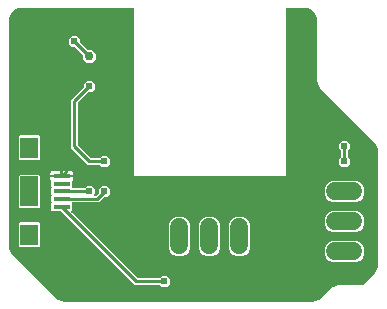
<source format=gbr>
G04 EAGLE Gerber X2 export*
%TF.Part,Single*%
%TF.FileFunction,Copper,L4,Bot,Mixed*%
%TF.FilePolarity,Positive*%
%TF.GenerationSoftware,Autodesk,EAGLE,9.1.1*%
%TF.CreationDate,2018-08-02T16:49:24Z*%
G75*
%MOMM*%
%FSLAX34Y34*%
%LPD*%
%AMOC8*
5,1,8,0,0,1.08239X$1,22.5*%
G01*
%ADD10C,1.524000*%
%ADD11R,1.450000X0.400000*%
%ADD12R,1.500000X1.800000*%
%ADD13R,1.500000X2.500000*%
%ADD14C,0.756400*%
%ADD15C,0.606400*%
%ADD16C,0.254000*%
%ADD17C,0.254000*%

G36*
X1306675Y389260D02*
X1306675Y389260D01*
X1306724Y389259D01*
X1308434Y389428D01*
X1308461Y389435D01*
X1308489Y389435D01*
X1308650Y389482D01*
X1311809Y390791D01*
X1311833Y390805D01*
X1311860Y390814D01*
X1312001Y390905D01*
X1313329Y391995D01*
X1313346Y392015D01*
X1313384Y392045D01*
X1318762Y397423D01*
X1322148Y400809D01*
X1327983Y403226D01*
X1348379Y403226D01*
X1348469Y403240D01*
X1348560Y403248D01*
X1348590Y403260D01*
X1348622Y403265D01*
X1348703Y403308D01*
X1348787Y403344D01*
X1348819Y403370D01*
X1348839Y403381D01*
X1348862Y403404D01*
X1348918Y403449D01*
X1358131Y412663D01*
X1358132Y412663D01*
X1358327Y412858D01*
X1359285Y413816D01*
X1359300Y413837D01*
X1359335Y413871D01*
X1360425Y415199D01*
X1360439Y415224D01*
X1360459Y415244D01*
X1360539Y415391D01*
X1361848Y418550D01*
X1361854Y418577D01*
X1361867Y418602D01*
X1361902Y418766D01*
X1362071Y420476D01*
X1362069Y420502D01*
X1362074Y420550D01*
X1362074Y516710D01*
X1362070Y516736D01*
X1362071Y516784D01*
X1361902Y518494D01*
X1361895Y518521D01*
X1361895Y518549D01*
X1361848Y518710D01*
X1360539Y521869D01*
X1360525Y521893D01*
X1360516Y521920D01*
X1360425Y522061D01*
X1359335Y523389D01*
X1359315Y523406D01*
X1359285Y523444D01*
X1315807Y566922D01*
X1314654Y568075D01*
X1312421Y570308D01*
X1310004Y576143D01*
X1310004Y625858D01*
X1309992Y625930D01*
X1309990Y626004D01*
X1309973Y626051D01*
X1309965Y626101D01*
X1309942Y626144D01*
X1310003Y627437D01*
X1310002Y627451D01*
X1310004Y627473D01*
X1310004Y627655D01*
X1310002Y627670D01*
X1310003Y627694D01*
X1309914Y629449D01*
X1309908Y629476D01*
X1309910Y629505D01*
X1309871Y629668D01*
X1308628Y633124D01*
X1308625Y633130D01*
X1308623Y633136D01*
X1308597Y633180D01*
X1308596Y633181D01*
X1308573Y633243D01*
X1308524Y633310D01*
X1308508Y633339D01*
X1308494Y633352D01*
X1308475Y633379D01*
X1306004Y636096D01*
X1305953Y636137D01*
X1305908Y636185D01*
X1305837Y636229D01*
X1305812Y636249D01*
X1305793Y636256D01*
X1305765Y636273D01*
X1302443Y637838D01*
X1302416Y637846D01*
X1302391Y637860D01*
X1302229Y637903D01*
X1300434Y638166D01*
X1300401Y638166D01*
X1300323Y638174D01*
X1284732Y638174D01*
X1284712Y638171D01*
X1284693Y638173D01*
X1284591Y638151D01*
X1284489Y638135D01*
X1284472Y638125D01*
X1284452Y638121D01*
X1284363Y638068D01*
X1284272Y638019D01*
X1284258Y638005D01*
X1284241Y637995D01*
X1284174Y637916D01*
X1284102Y637841D01*
X1284094Y637823D01*
X1284081Y637808D01*
X1284042Y637712D01*
X1283999Y637618D01*
X1283997Y637598D01*
X1283989Y637580D01*
X1283971Y637413D01*
X1283971Y495300D01*
X1283970Y495299D01*
X1155700Y495299D01*
X1155699Y495300D01*
X1155699Y637413D01*
X1155696Y637433D01*
X1155698Y637452D01*
X1155676Y637554D01*
X1155660Y637656D01*
X1155650Y637673D01*
X1155646Y637693D01*
X1155593Y637782D01*
X1155544Y637873D01*
X1155530Y637887D01*
X1155520Y637904D01*
X1155441Y637971D01*
X1155366Y638043D01*
X1155348Y638051D01*
X1155333Y638064D01*
X1155237Y638103D01*
X1155143Y638146D01*
X1155123Y638148D01*
X1155105Y638156D01*
X1154938Y638174D01*
X1059337Y638174D01*
X1059304Y638169D01*
X1059226Y638166D01*
X1057431Y637903D01*
X1057404Y637894D01*
X1057376Y637892D01*
X1057217Y637838D01*
X1053895Y636273D01*
X1053841Y636236D01*
X1053782Y636207D01*
X1053719Y636152D01*
X1053692Y636133D01*
X1053680Y636118D01*
X1053656Y636096D01*
X1051185Y633379D01*
X1051149Y633324D01*
X1051106Y633275D01*
X1051069Y633200D01*
X1051051Y633172D01*
X1051046Y633153D01*
X1051032Y633124D01*
X1049789Y629668D01*
X1049784Y629640D01*
X1049772Y629614D01*
X1049746Y629449D01*
X1049657Y627694D01*
X1049658Y627679D01*
X1049656Y627655D01*
X1049656Y627474D01*
X1049658Y627460D01*
X1049657Y627437D01*
X1049718Y626155D01*
X1049702Y626093D01*
X1049674Y626025D01*
X1049667Y625956D01*
X1049659Y625925D01*
X1049661Y625901D01*
X1049656Y625858D01*
X1049656Y435791D01*
X1049660Y435765D01*
X1049659Y435716D01*
X1049828Y434006D01*
X1049835Y433979D01*
X1049835Y433951D01*
X1049882Y433790D01*
X1051191Y430631D01*
X1051205Y430607D01*
X1051214Y430580D01*
X1051305Y430439D01*
X1052395Y429111D01*
X1052415Y429094D01*
X1052445Y429056D01*
X1088303Y393198D01*
X1089166Y392335D01*
X1089456Y392045D01*
X1089477Y392030D01*
X1089511Y391995D01*
X1090839Y390905D01*
X1090864Y390891D01*
X1090884Y390871D01*
X1091031Y390791D01*
X1094190Y389482D01*
X1094217Y389476D01*
X1094242Y389463D01*
X1094406Y389428D01*
X1096116Y389259D01*
X1096142Y389261D01*
X1096190Y389256D01*
X1306650Y389256D01*
X1306675Y389260D01*
G37*
%LPC*%
G36*
X1179213Y401843D02*
X1179213Y401843D01*
X1177673Y403382D01*
X1177600Y403435D01*
X1177530Y403495D01*
X1177500Y403507D01*
X1177474Y403526D01*
X1177387Y403553D01*
X1177302Y403587D01*
X1177261Y403591D01*
X1177239Y403598D01*
X1177206Y403597D01*
X1177135Y403605D01*
X1156092Y403605D01*
X1153457Y406240D01*
X1093845Y465852D01*
X1093771Y465905D01*
X1093702Y465965D01*
X1093672Y465977D01*
X1093646Y465996D01*
X1093559Y466023D01*
X1093474Y466057D01*
X1093433Y466061D01*
X1093411Y466068D01*
X1093378Y466067D01*
X1093307Y466075D01*
X1086168Y466075D01*
X1085275Y466968D01*
X1085275Y472232D01*
X1085355Y472312D01*
X1085367Y472328D01*
X1085383Y472340D01*
X1085439Y472428D01*
X1085499Y472511D01*
X1085505Y472530D01*
X1085516Y472547D01*
X1085541Y472647D01*
X1085571Y472747D01*
X1085571Y472767D01*
X1085576Y472786D01*
X1085568Y472889D01*
X1085565Y472992D01*
X1085558Y473011D01*
X1085557Y473031D01*
X1085516Y473126D01*
X1085481Y473223D01*
X1085468Y473239D01*
X1085460Y473257D01*
X1085355Y473388D01*
X1085275Y473468D01*
X1085275Y478732D01*
X1085355Y478812D01*
X1085367Y478828D01*
X1085383Y478840D01*
X1085439Y478928D01*
X1085499Y479011D01*
X1085505Y479030D01*
X1085516Y479047D01*
X1085541Y479148D01*
X1085571Y479247D01*
X1085571Y479267D01*
X1085576Y479286D01*
X1085568Y479389D01*
X1085565Y479492D01*
X1085558Y479511D01*
X1085557Y479531D01*
X1085516Y479626D01*
X1085481Y479723D01*
X1085468Y479739D01*
X1085460Y479757D01*
X1085355Y479888D01*
X1085275Y479968D01*
X1085275Y485232D01*
X1085355Y485312D01*
X1085367Y485328D01*
X1085383Y485340D01*
X1085439Y485427D01*
X1085499Y485511D01*
X1085505Y485530D01*
X1085516Y485547D01*
X1085541Y485648D01*
X1085571Y485746D01*
X1085571Y485766D01*
X1085576Y485786D01*
X1085568Y485889D01*
X1085565Y485992D01*
X1085558Y486011D01*
X1085557Y486031D01*
X1085516Y486126D01*
X1085481Y486223D01*
X1085468Y486239D01*
X1085460Y486257D01*
X1085355Y486388D01*
X1085275Y486468D01*
X1085275Y491216D01*
X1085261Y491306D01*
X1085253Y491397D01*
X1085241Y491427D01*
X1085236Y491459D01*
X1085193Y491540D01*
X1085157Y491624D01*
X1085131Y491656D01*
X1085120Y491676D01*
X1085097Y491699D01*
X1085052Y491755D01*
X1084767Y492040D01*
X1084432Y492619D01*
X1084259Y493265D01*
X1084259Y494601D01*
X1093812Y494601D01*
X1093831Y494604D01*
X1093851Y494602D01*
X1093953Y494624D01*
X1094055Y494640D01*
X1094056Y494641D01*
X1094083Y494629D01*
X1094103Y494627D01*
X1094121Y494619D01*
X1094288Y494601D01*
X1103841Y494601D01*
X1103841Y493265D01*
X1103668Y492619D01*
X1103333Y492040D01*
X1103048Y491755D01*
X1102995Y491681D01*
X1102935Y491611D01*
X1102923Y491581D01*
X1102904Y491555D01*
X1102877Y491468D01*
X1102843Y491383D01*
X1102839Y491342D01*
X1102832Y491320D01*
X1102833Y491288D01*
X1102825Y491216D01*
X1102825Y486156D01*
X1102828Y486136D01*
X1102826Y486117D01*
X1102848Y486015D01*
X1102864Y485913D01*
X1102874Y485896D01*
X1102878Y485876D01*
X1102931Y485787D01*
X1102980Y485696D01*
X1102994Y485682D01*
X1103004Y485665D01*
X1103083Y485598D01*
X1103158Y485526D01*
X1103176Y485518D01*
X1103191Y485505D01*
X1103287Y485466D01*
X1103381Y485423D01*
X1103401Y485421D01*
X1103419Y485413D01*
X1103586Y485395D01*
X1113635Y485395D01*
X1113725Y485409D01*
X1113816Y485417D01*
X1113846Y485429D01*
X1113878Y485434D01*
X1113959Y485477D01*
X1114043Y485513D01*
X1114075Y485539D01*
X1114095Y485550D01*
X1114118Y485573D01*
X1114173Y485618D01*
X1115713Y487157D01*
X1119487Y487157D01*
X1122157Y484487D01*
X1122157Y480713D01*
X1121638Y480194D01*
X1121597Y480136D01*
X1121547Y480084D01*
X1121525Y480037D01*
X1121495Y479995D01*
X1121474Y479926D01*
X1121444Y479861D01*
X1121438Y479809D01*
X1121423Y479759D01*
X1121424Y479688D01*
X1121417Y479617D01*
X1121428Y479566D01*
X1121429Y479514D01*
X1121454Y479446D01*
X1121469Y479376D01*
X1121495Y479331D01*
X1121513Y479283D01*
X1121558Y479227D01*
X1121595Y479165D01*
X1121635Y479131D01*
X1121667Y479091D01*
X1121727Y479052D01*
X1121782Y479005D01*
X1121830Y478986D01*
X1121874Y478958D01*
X1121943Y478940D01*
X1122010Y478913D01*
X1122081Y478905D01*
X1122112Y478897D01*
X1122136Y478899D01*
X1122177Y478895D01*
X1122627Y478895D01*
X1122717Y478909D01*
X1122808Y478917D01*
X1122838Y478929D01*
X1122870Y478934D01*
X1122950Y478977D01*
X1123034Y479013D01*
X1123066Y479039D01*
X1123087Y479050D01*
X1123109Y479073D01*
X1123165Y479118D01*
X1125520Y481473D01*
X1125573Y481547D01*
X1125633Y481616D01*
X1125645Y481646D01*
X1125664Y481672D01*
X1125691Y481759D01*
X1125725Y481844D01*
X1125729Y481885D01*
X1125736Y481907D01*
X1125735Y481940D01*
X1125743Y482011D01*
X1125743Y484487D01*
X1128413Y487157D01*
X1132187Y487157D01*
X1134857Y484487D01*
X1134857Y480713D01*
X1132187Y478043D01*
X1130311Y478043D01*
X1130221Y478029D01*
X1130130Y478021D01*
X1130100Y478009D01*
X1130068Y478004D01*
X1129988Y477961D01*
X1129904Y477925D01*
X1129872Y477899D01*
X1129851Y477888D01*
X1129829Y477865D01*
X1129773Y477820D01*
X1125258Y473305D01*
X1103586Y473305D01*
X1103566Y473302D01*
X1103547Y473304D01*
X1103445Y473282D01*
X1103343Y473266D01*
X1103326Y473256D01*
X1103306Y473252D01*
X1103217Y473199D01*
X1103126Y473150D01*
X1103112Y473136D01*
X1103095Y473126D01*
X1103028Y473047D01*
X1102956Y472972D01*
X1102948Y472954D01*
X1102935Y472939D01*
X1102896Y472843D01*
X1102853Y472749D01*
X1102851Y472729D01*
X1102843Y472711D01*
X1102825Y472544D01*
X1102825Y466968D01*
X1102268Y466411D01*
X1102256Y466395D01*
X1102240Y466383D01*
X1102184Y466295D01*
X1102124Y466212D01*
X1102118Y466193D01*
X1102107Y466176D01*
X1102082Y466075D01*
X1102052Y465976D01*
X1102052Y465957D01*
X1102047Y465937D01*
X1102055Y465834D01*
X1102058Y465731D01*
X1102065Y465712D01*
X1102066Y465692D01*
X1102107Y465597D01*
X1102143Y465500D01*
X1102155Y465484D01*
X1102163Y465466D01*
X1102268Y465335D01*
X1157410Y410193D01*
X1158185Y409418D01*
X1158259Y409365D01*
X1158328Y409305D01*
X1158358Y409293D01*
X1158384Y409274D01*
X1158471Y409247D01*
X1158556Y409213D01*
X1158597Y409209D01*
X1158619Y409202D01*
X1158652Y409203D01*
X1158723Y409195D01*
X1177135Y409195D01*
X1177225Y409209D01*
X1177316Y409217D01*
X1177346Y409229D01*
X1177378Y409234D01*
X1177459Y409277D01*
X1177543Y409313D01*
X1177575Y409339D01*
X1177595Y409350D01*
X1177618Y409373D01*
X1177673Y409418D01*
X1179213Y410957D01*
X1182987Y410957D01*
X1185657Y408287D01*
X1185657Y404513D01*
X1182987Y401843D01*
X1179213Y401843D01*
G37*
%LPD*%
%LPC*%
G36*
X1128413Y503443D02*
X1128413Y503443D01*
X1126873Y504982D01*
X1126800Y505035D01*
X1126730Y505095D01*
X1126700Y505107D01*
X1126674Y505126D01*
X1126587Y505153D01*
X1126502Y505187D01*
X1126461Y505191D01*
X1126439Y505198D01*
X1126406Y505197D01*
X1126335Y505205D01*
X1116442Y505205D01*
X1102105Y519542D01*
X1102105Y559958D01*
X1112820Y570673D01*
X1112865Y570734D01*
X1112895Y570766D01*
X1112901Y570778D01*
X1112933Y570816D01*
X1112945Y570846D01*
X1112964Y570872D01*
X1112991Y570959D01*
X1113025Y571044D01*
X1113029Y571085D01*
X1113036Y571107D01*
X1113035Y571140D01*
X1113043Y571211D01*
X1113043Y573387D01*
X1115713Y576057D01*
X1119487Y576057D01*
X1122157Y573387D01*
X1122157Y569613D01*
X1119487Y566943D01*
X1117311Y566943D01*
X1117221Y566929D01*
X1117130Y566921D01*
X1117100Y566909D01*
X1117068Y566904D01*
X1116988Y566861D01*
X1116904Y566825D01*
X1116872Y566799D01*
X1116851Y566788D01*
X1116829Y566765D01*
X1116773Y566720D01*
X1107918Y557865D01*
X1107865Y557791D01*
X1107805Y557722D01*
X1107793Y557692D01*
X1107774Y557666D01*
X1107747Y557579D01*
X1107713Y557494D01*
X1107709Y557453D01*
X1107702Y557431D01*
X1107703Y557398D01*
X1107695Y557327D01*
X1107695Y522173D01*
X1107709Y522083D01*
X1107717Y521992D01*
X1107729Y521962D01*
X1107734Y521930D01*
X1107777Y521850D01*
X1107813Y521766D01*
X1107839Y521734D01*
X1107850Y521713D01*
X1107873Y521691D01*
X1107918Y521635D01*
X1118535Y511018D01*
X1118609Y510965D01*
X1118678Y510905D01*
X1118708Y510893D01*
X1118734Y510874D01*
X1118821Y510847D01*
X1118906Y510813D01*
X1118947Y510809D01*
X1118969Y510802D01*
X1119002Y510803D01*
X1119073Y510795D01*
X1126335Y510795D01*
X1126425Y510809D01*
X1126516Y510817D01*
X1126546Y510829D01*
X1126578Y510834D01*
X1126659Y510877D01*
X1126743Y510913D01*
X1126775Y510939D01*
X1126795Y510950D01*
X1126818Y510973D01*
X1126873Y511018D01*
X1128413Y512557D01*
X1132187Y512557D01*
X1134857Y509887D01*
X1134857Y506113D01*
X1132187Y503443D01*
X1128413Y503443D01*
G37*
%LPD*%
%LPC*%
G36*
X1324061Y473455D02*
X1324061Y473455D01*
X1320700Y474847D01*
X1318127Y477420D01*
X1316735Y480781D01*
X1316735Y484419D01*
X1318127Y487780D01*
X1320700Y490353D01*
X1324061Y491745D01*
X1342939Y491745D01*
X1346300Y490353D01*
X1348873Y487780D01*
X1350265Y484419D01*
X1350265Y480781D01*
X1348873Y477420D01*
X1346300Y474847D01*
X1342939Y473455D01*
X1324061Y473455D01*
G37*
%LPD*%
%LPC*%
G36*
X1324061Y448055D02*
X1324061Y448055D01*
X1320700Y449447D01*
X1318127Y452020D01*
X1316735Y455381D01*
X1316735Y459019D01*
X1318127Y462380D01*
X1320700Y464953D01*
X1324061Y466345D01*
X1342939Y466345D01*
X1346300Y464953D01*
X1348873Y462380D01*
X1350265Y459019D01*
X1350265Y455381D01*
X1348873Y452020D01*
X1346300Y449447D01*
X1342939Y448055D01*
X1324061Y448055D01*
G37*
%LPD*%
%LPC*%
G36*
X1242781Y427735D02*
X1242781Y427735D01*
X1239420Y429127D01*
X1236847Y431700D01*
X1235455Y435061D01*
X1235455Y453939D01*
X1236847Y457300D01*
X1239420Y459873D01*
X1242781Y461265D01*
X1246419Y461265D01*
X1249780Y459873D01*
X1252353Y457300D01*
X1253745Y453939D01*
X1253745Y435061D01*
X1252353Y431700D01*
X1249780Y429127D01*
X1246419Y427735D01*
X1242781Y427735D01*
G37*
%LPD*%
%LPC*%
G36*
X1217381Y427735D02*
X1217381Y427735D01*
X1214020Y429127D01*
X1211447Y431700D01*
X1210055Y435061D01*
X1210055Y453939D01*
X1211447Y457300D01*
X1214020Y459873D01*
X1217381Y461265D01*
X1221019Y461265D01*
X1224380Y459873D01*
X1226953Y457300D01*
X1228345Y453939D01*
X1228345Y435061D01*
X1226953Y431700D01*
X1224380Y429127D01*
X1221019Y427735D01*
X1217381Y427735D01*
G37*
%LPD*%
%LPC*%
G36*
X1191981Y427735D02*
X1191981Y427735D01*
X1188620Y429127D01*
X1186047Y431700D01*
X1184655Y435061D01*
X1184655Y453939D01*
X1186047Y457300D01*
X1188620Y459873D01*
X1191981Y461265D01*
X1195619Y461265D01*
X1198980Y459873D01*
X1201553Y457300D01*
X1202945Y453939D01*
X1202945Y435061D01*
X1201553Y431700D01*
X1198980Y429127D01*
X1195619Y427735D01*
X1191981Y427735D01*
G37*
%LPD*%
%LPC*%
G36*
X1324061Y422655D02*
X1324061Y422655D01*
X1320700Y424047D01*
X1318127Y426620D01*
X1316735Y429981D01*
X1316735Y433619D01*
X1318127Y436980D01*
X1320700Y439553D01*
X1324061Y440945D01*
X1342939Y440945D01*
X1346300Y439553D01*
X1348873Y436980D01*
X1350265Y433619D01*
X1350265Y429981D01*
X1348873Y426620D01*
X1346300Y424047D01*
X1342939Y422655D01*
X1324061Y422655D01*
G37*
%LPD*%
%LPC*%
G36*
X1058668Y468575D02*
X1058668Y468575D01*
X1057775Y469468D01*
X1057775Y495732D01*
X1058668Y496625D01*
X1074932Y496625D01*
X1075825Y495732D01*
X1075825Y469468D01*
X1074932Y468575D01*
X1058668Y468575D01*
G37*
%LPD*%
%LPC*%
G36*
X1058668Y508925D02*
X1058668Y508925D01*
X1057775Y509818D01*
X1057775Y529082D01*
X1058668Y529975D01*
X1074932Y529975D01*
X1075825Y529082D01*
X1075825Y509818D01*
X1074932Y508925D01*
X1058668Y508925D01*
G37*
%LPD*%
%LPC*%
G36*
X1058668Y435225D02*
X1058668Y435225D01*
X1057775Y436118D01*
X1057775Y455382D01*
X1058668Y456275D01*
X1074932Y456275D01*
X1075825Y455382D01*
X1075825Y436118D01*
X1074932Y435225D01*
X1058668Y435225D01*
G37*
%LPD*%
%LPC*%
G36*
X1115402Y591593D02*
X1115402Y591593D01*
X1112293Y594702D01*
X1112293Y597939D01*
X1112279Y598029D01*
X1112271Y598120D01*
X1112259Y598150D01*
X1112254Y598182D01*
X1112211Y598262D01*
X1112175Y598346D01*
X1112149Y598378D01*
X1112138Y598399D01*
X1112115Y598421D01*
X1112070Y598477D01*
X1105727Y604820D01*
X1105653Y604873D01*
X1105584Y604933D01*
X1105554Y604945D01*
X1105528Y604964D01*
X1105441Y604991D01*
X1105356Y605025D01*
X1105315Y605029D01*
X1105293Y605036D01*
X1105260Y605035D01*
X1105189Y605043D01*
X1103013Y605043D01*
X1100343Y607713D01*
X1100343Y611487D01*
X1103013Y614157D01*
X1106787Y614157D01*
X1109457Y611487D01*
X1109457Y609311D01*
X1109471Y609221D01*
X1109479Y609130D01*
X1109491Y609100D01*
X1109496Y609068D01*
X1109539Y608988D01*
X1109575Y608904D01*
X1109601Y608872D01*
X1109612Y608851D01*
X1109635Y608829D01*
X1109680Y608773D01*
X1116023Y602430D01*
X1116097Y602377D01*
X1116166Y602317D01*
X1116196Y602305D01*
X1116222Y602286D01*
X1116309Y602259D01*
X1116394Y602225D01*
X1116435Y602221D01*
X1116457Y602214D01*
X1116490Y602215D01*
X1116561Y602207D01*
X1119798Y602207D01*
X1122907Y599098D01*
X1122907Y594702D01*
X1119798Y591593D01*
X1115402Y591593D01*
G37*
%LPD*%
%LPC*%
G36*
X1331613Y503443D02*
X1331613Y503443D01*
X1328943Y506113D01*
X1328943Y509887D01*
X1330482Y511427D01*
X1330535Y511500D01*
X1330595Y511570D01*
X1330607Y511600D01*
X1330626Y511626D01*
X1330653Y511713D01*
X1330687Y511798D01*
X1330691Y511839D01*
X1330698Y511861D01*
X1330697Y511894D01*
X1330705Y511965D01*
X1330705Y516735D01*
X1330691Y516825D01*
X1330683Y516916D01*
X1330671Y516946D01*
X1330666Y516978D01*
X1330623Y517059D01*
X1330587Y517143D01*
X1330561Y517175D01*
X1330550Y517195D01*
X1330527Y517218D01*
X1330482Y517273D01*
X1328943Y518813D01*
X1328943Y522587D01*
X1331613Y525257D01*
X1335387Y525257D01*
X1338057Y522587D01*
X1338057Y518813D01*
X1336518Y517273D01*
X1336465Y517200D01*
X1336405Y517130D01*
X1336393Y517100D01*
X1336374Y517074D01*
X1336347Y516987D01*
X1336313Y516902D01*
X1336309Y516861D01*
X1336302Y516839D01*
X1336303Y516806D01*
X1336295Y516735D01*
X1336295Y511965D01*
X1336309Y511875D01*
X1336317Y511784D01*
X1336329Y511754D01*
X1336334Y511722D01*
X1336377Y511641D01*
X1336413Y511557D01*
X1336439Y511525D01*
X1336450Y511505D01*
X1336473Y511482D01*
X1336518Y511427D01*
X1338057Y509887D01*
X1338057Y506113D01*
X1335387Y503443D01*
X1331613Y503443D01*
G37*
%LPD*%
%LPC*%
G36*
X1095049Y496599D02*
X1095049Y496599D01*
X1095049Y500141D01*
X1101634Y500141D01*
X1102281Y499968D01*
X1102860Y499633D01*
X1103333Y499160D01*
X1103668Y498581D01*
X1103841Y497934D01*
X1103841Y496599D01*
X1095049Y496599D01*
G37*
%LPD*%
%LPC*%
G36*
X1084259Y496599D02*
X1084259Y496599D01*
X1084259Y497934D01*
X1084432Y498581D01*
X1084767Y499160D01*
X1085240Y499633D01*
X1085819Y499968D01*
X1086466Y500141D01*
X1093051Y500141D01*
X1093051Y496599D01*
X1084259Y496599D01*
G37*
%LPD*%
D10*
X1244600Y452120D02*
X1244600Y436880D01*
X1219200Y436880D02*
X1219200Y452120D01*
X1193800Y452120D02*
X1193800Y436880D01*
D11*
X1094050Y482600D03*
X1094050Y476100D03*
X1094050Y469600D03*
X1094050Y489100D03*
X1094050Y495600D03*
D12*
X1066800Y445750D03*
D13*
X1066800Y482600D03*
D12*
X1066800Y519450D03*
D10*
X1325880Y431800D02*
X1341120Y431800D01*
X1341120Y457200D02*
X1325880Y457200D01*
X1325880Y482600D02*
X1341120Y482600D01*
D14*
X1117600Y596900D03*
D15*
X1104900Y609600D03*
D16*
X1117600Y596900D01*
D15*
X1333500Y520700D03*
X1333500Y508000D03*
D16*
X1333500Y520700D01*
X1156475Y407175D02*
X1094050Y469600D01*
X1156475Y407175D02*
X1157250Y406400D01*
X1156475Y407175D01*
X1157250Y406400D01*
D15*
X1181100Y406400D03*
D17*
X1156475Y407175D03*
D16*
X1157250Y406400D02*
X1181100Y406400D01*
X1117600Y476100D02*
X1094050Y476100D01*
X1117600Y476100D02*
X1124100Y476100D01*
X1130300Y482300D01*
X1130300Y482600D01*
D15*
X1130300Y482600D03*
D16*
X1117600Y482600D02*
X1094050Y482600D01*
D15*
X1117600Y482600D03*
X1104900Y508000D03*
D16*
X1094050Y495600D01*
D15*
X1117600Y571500D03*
D16*
X1104900Y558800D02*
X1104900Y520700D01*
X1117600Y508000D01*
D15*
X1130300Y508000D03*
D16*
X1104900Y558800D02*
X1117600Y571500D01*
X1117600Y508000D02*
X1130300Y508000D01*
M02*

</source>
